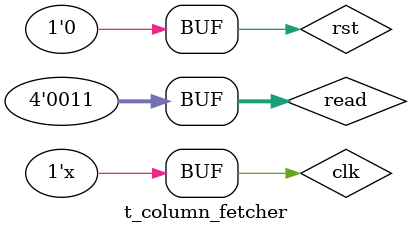
<source format=v>
`timescale 1ns / 1ps


module t_column_fetcher;

	// Inputs
	reg clk;
	reg rst;
	reg [3:0] read;

	// Outputs
	wire [63:0] out;
	wire [3:0] empty;

	// Instantiate the Unit Under Test (UUT)
	column_fetcher uut (
		.clk(clk), 
		.rst(rst), 
		.read(read), 
		.out(out), 
		.empty(empty)
	);

    always
        #1 clk = ~clk;

	initial begin
		// Initialize Inputs
		clk = 0;
		rst = 0;
		read = 0;

        #20 rst = 1;
        #20 rst = 0;

        #10 read = 15;
        #30 read = 12;
        #30 read = 3;

		// Wait 100 ns for global reset to finish
		#100;
        
		// Add stimulus here

	end
      
endmodule


</source>
